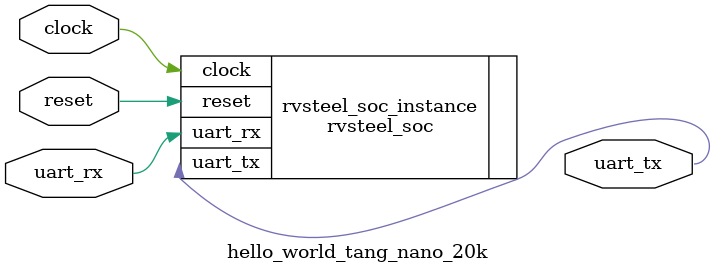
<source format=v>

module hello_world_tang_nano_20k (

  input   wire clock,
  input   wire reset,
  input   wire uart_rx,
  output  wire uart_tx

  );

  rvsteel_soc #(

    .CLOCK_FREQUENCY          (27000000           ),
    .UART_BAUD_RATE           (9600               ),
    .MEMORY_SIZE              (4096               ),
    .MEMORY_INIT_FILE         ("hello_world.hex"  ),
    .BOOT_ADDRESS             (32'h00000000       )

  ) rvsteel_soc_instance (
    
    .clock                    (clock              ),
    .reset                    (reset              ),
    .uart_rx                  (uart_rx            ),
    .uart_tx                  (uart_tx            )

  );

endmodule

</source>
